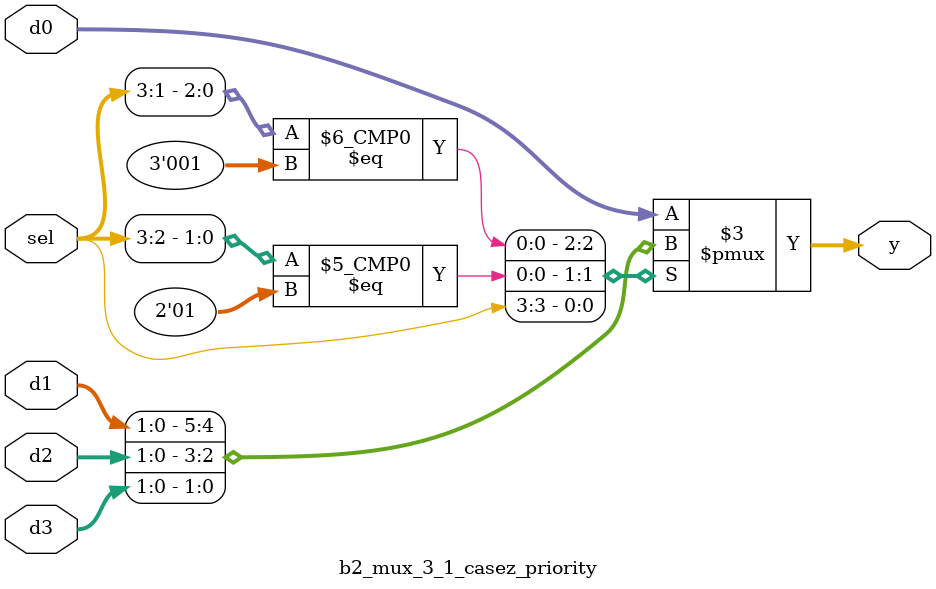
<source format=v>

module b2_mux_3_1_case_one_hot
(
    input      [1:0] d0,
    input      [1:0] d1,
    input      [1:0] d2,
    input      [1:0] d3,
    input      [3:0] sel,
    output reg [1:0] y
);

    always @(*)
        casez (sel)
            4'b0001: y = d0;
            4'b0010: y = d1;
            4'b0100: y = d2;
            4'b1000: y = d3;
            default: y = d0;
        endcase
endmodule

module b2_mux_3_1_casez_priority
(
    input      [1:0] d0,
    input      [1:0] d1,
    input      [1:0] d2,
    input      [1:0] d3,
    input      [3:0] sel,
    output reg [1:0] y
);
    always @(*)
        casez (sel)
            4'b0001 : y = d0;
            4'b001? : y = d1;
            4'b01?? : y = d2;
            4'b1??? : y = d3;
            default : y = d0;
        endcase
endmodule

</source>
